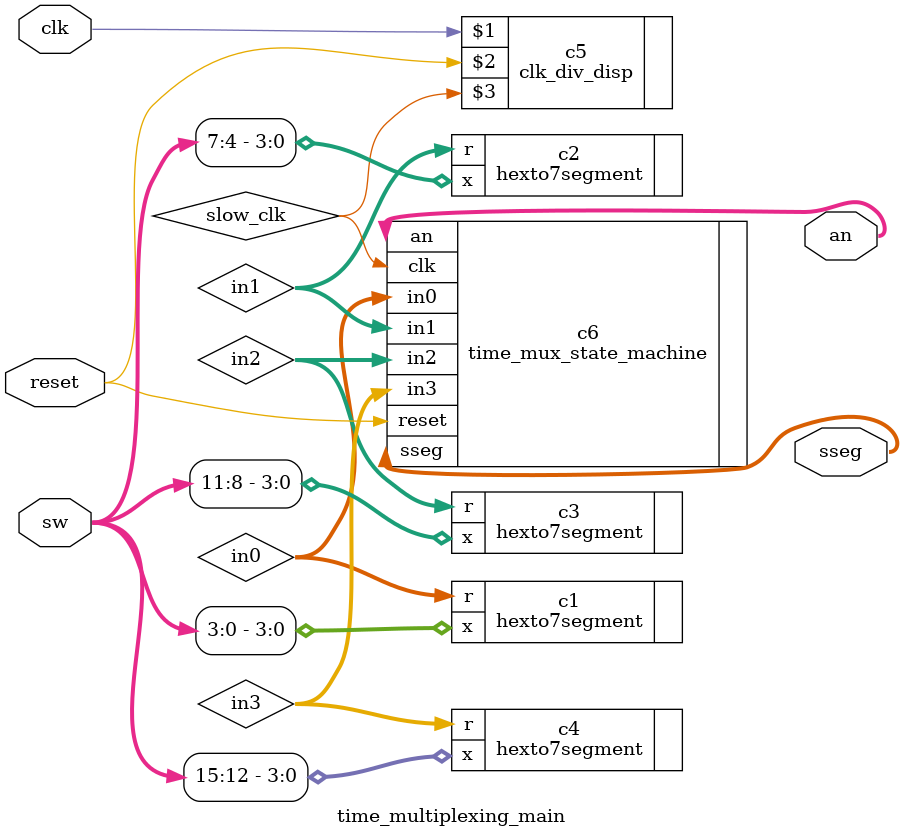
<source format=v>
`timescale 1ns / 1ps

module time_multiplexing_main(
    input clk,
    input reset,
    input [15:0] sw,
    output [3:0] an,
    output [6:0] sseg
    );
    
    wire [6:0] in0, in1, in2, in3;
    wire slow_clk;
    
    // Module instantiation of hexto7segment decoder
    hexto7segment c1 (.x(sw[3:0]), .r(in0));
    hexto7segment c2 (.x(sw[7:4]), .r(in1));
    hexto7segment c3 (.x(sw[11:8]), .r(in2));
    hexto7segment c4 (.x(sw[15:12]), .r(in3));
    
    clk_div_disp c5 (clk, reset, slow_clk);
    
    time_mux_state_machine c6(
        .clk(slow_clk),
        .reset(reset),
        .in0(in0),
        .in1(in1),
        .in2(in2),
        .in3(in3),
        .an(an),
        .sseg(sseg)
    );
endmodule

</source>
